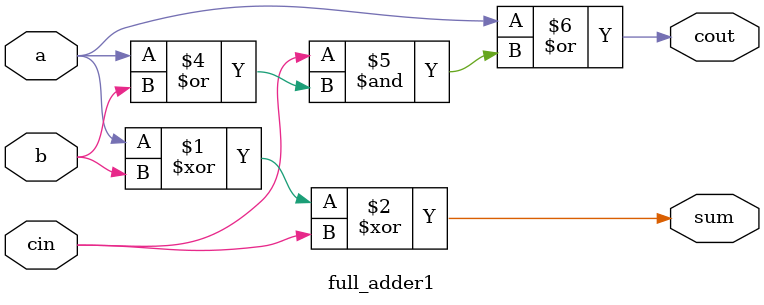
<source format=v>
module full_adder1(a,b,cin,sum,cout);
input a,b,cin;
output sum,cout;
assign sum = a^b^cin;
assign cout = a&1'b1|cin&(a|b); 
// initial begin
//     $display("The incorrect adder with and0 having in2/1");
// end   
endmodule
</source>
